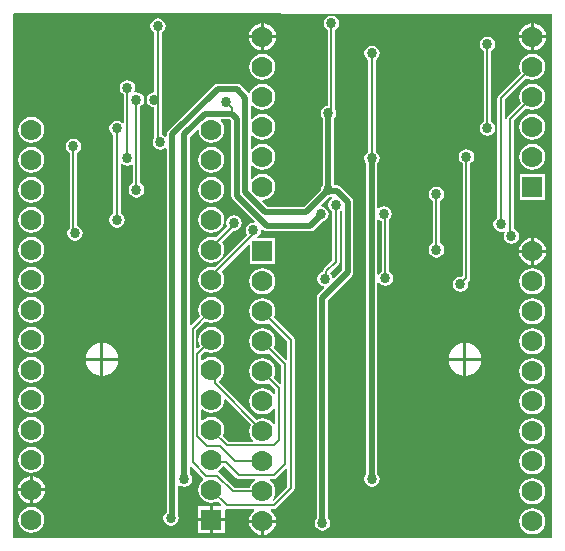
<source format=gbl>
G04*
G04 #@! TF.GenerationSoftware,Altium Limited,Altium Designer,21.0.8 (223)*
G04*
G04 Layer_Physical_Order=2*
G04 Layer_Color=16711680*
%FSLAX24Y24*%
%MOIN*%
G70*
G04*
G04 #@! TF.SameCoordinates,BD5FB969-D095-4558-B3B7-B1EEFE242F9F*
G04*
G04*
G04 #@! TF.FilePolarity,Positive*
G04*
G01*
G75*
%ADD33C,0.0080*%
%ADD34C,0.0200*%
%ADD36R,0.0700X0.0700*%
%ADD37C,0.0700*%
%ADD38C,0.0340*%
G36*
X18000Y17500D02*
Y100D01*
Y50D01*
X50D01*
Y17515D01*
X85Y17550D01*
X18000Y17500D01*
D02*
G37*
%LPC*%
G36*
X17400Y17197D02*
Y16800D01*
X17797D01*
X17788Y16867D01*
X17743Y16977D01*
X17671Y17071D01*
X17577Y17143D01*
X17467Y17188D01*
X17400Y17197D01*
D02*
G37*
G36*
X8400D02*
Y16800D01*
X8797D01*
X8788Y16867D01*
X8743Y16977D01*
X8671Y17071D01*
X8577Y17143D01*
X8467Y17188D01*
X8400Y17197D01*
D02*
G37*
G36*
X17300D02*
X17233Y17188D01*
X17123Y17143D01*
X17029Y17071D01*
X16957Y16977D01*
X16912Y16867D01*
X16903Y16800D01*
X17300D01*
Y17197D01*
D02*
G37*
G36*
X8300D02*
X8233Y17188D01*
X8123Y17143D01*
X8029Y17071D01*
X7957Y16977D01*
X7912Y16867D01*
X7903Y16800D01*
X8300D01*
Y17197D01*
D02*
G37*
G36*
X17797Y16700D02*
X17400D01*
Y16303D01*
X17467Y16312D01*
X17577Y16357D01*
X17671Y16429D01*
X17743Y16523D01*
X17788Y16633D01*
X17797Y16700D01*
D02*
G37*
G36*
X8797D02*
X8400D01*
Y16303D01*
X8467Y16312D01*
X8577Y16357D01*
X8671Y16429D01*
X8743Y16523D01*
X8788Y16633D01*
X8797Y16700D01*
D02*
G37*
G36*
X17300D02*
X16903D01*
X16912Y16633D01*
X16957Y16523D01*
X17029Y16429D01*
X17123Y16357D01*
X17233Y16312D01*
X17300Y16303D01*
Y16700D01*
D02*
G37*
G36*
X8300D02*
X7903D01*
X7912Y16633D01*
X7957Y16523D01*
X8029Y16429D01*
X8123Y16357D01*
X8233Y16312D01*
X8300Y16303D01*
Y16700D01*
D02*
G37*
G36*
X17350Y16184D02*
X17238Y16169D01*
X17133Y16126D01*
X17043Y16057D01*
X16974Y15967D01*
X16931Y15862D01*
X16916Y15750D01*
X16931Y15638D01*
X16970Y15543D01*
X16213Y14787D01*
X16187Y14747D01*
X16178Y14700D01*
Y10719D01*
X16120Y10680D01*
X16064Y10598D01*
X16045Y10500D01*
X16064Y10402D01*
X16120Y10320D01*
X16202Y10265D01*
X16300Y10245D01*
X16398Y10265D01*
X16400Y10266D01*
X16436Y10230D01*
X16415Y10198D01*
X16395Y10100D01*
X16415Y10002D01*
X16470Y9920D01*
X16552Y9865D01*
X16650Y9845D01*
X16748Y9865D01*
X16830Y9920D01*
X16885Y10002D01*
X16905Y10100D01*
X16885Y10198D01*
X16830Y10280D01*
X16748Y10335D01*
X16722Y10341D01*
Y13949D01*
X17143Y14370D01*
X17238Y14331D01*
X17350Y14316D01*
X17462Y14331D01*
X17567Y14374D01*
X17657Y14443D01*
X17726Y14533D01*
X17769Y14638D01*
X17784Y14750D01*
X17769Y14862D01*
X17726Y14967D01*
X17657Y15057D01*
X17567Y15126D01*
X17462Y15169D01*
X17350Y15184D01*
X17238Y15169D01*
X17133Y15126D01*
X17043Y15057D01*
X16974Y14967D01*
X16931Y14862D01*
X16916Y14750D01*
X16931Y14638D01*
X16970Y14543D01*
X16513Y14087D01*
X16487Y14047D01*
X16478Y14000D01*
Y10787D01*
X16428Y10759D01*
X16422Y10762D01*
Y14649D01*
X17143Y15370D01*
X17238Y15331D01*
X17350Y15316D01*
X17462Y15331D01*
X17567Y15374D01*
X17657Y15443D01*
X17726Y15533D01*
X17769Y15638D01*
X17784Y15750D01*
X17769Y15862D01*
X17726Y15967D01*
X17657Y16057D01*
X17567Y16126D01*
X17462Y16169D01*
X17350Y16184D01*
D02*
G37*
G36*
X8350D02*
X8238Y16169D01*
X8133Y16126D01*
X8043Y16057D01*
X7974Y15967D01*
X7931Y15862D01*
X7916Y15750D01*
X7931Y15638D01*
X7974Y15533D01*
X8043Y15443D01*
X8133Y15374D01*
X8238Y15331D01*
X8350Y15316D01*
X8462Y15331D01*
X8567Y15374D01*
X8657Y15443D01*
X8726Y15533D01*
X8769Y15638D01*
X8784Y15750D01*
X8769Y15862D01*
X8726Y15967D01*
X8657Y16057D01*
X8567Y16126D01*
X8462Y16169D01*
X8350Y16184D01*
D02*
G37*
G36*
X10650Y17455D02*
X10552Y17435D01*
X10470Y17380D01*
X10415Y17298D01*
X10395Y17200D01*
X10415Y17102D01*
X10470Y17020D01*
X10528Y16981D01*
Y14450D01*
X10452Y14435D01*
X10370Y14380D01*
X10315Y14298D01*
X10295Y14200D01*
X10315Y14102D01*
X10366Y14025D01*
Y11825D01*
X10315Y11748D01*
X10296Y11656D01*
X9724Y11084D01*
X8522D01*
X8332Y11273D01*
X8359Y11317D01*
X8462Y11331D01*
X8567Y11374D01*
X8657Y11443D01*
X8726Y11533D01*
X8769Y11638D01*
X8784Y11750D01*
X8769Y11862D01*
X8726Y11967D01*
X8657Y12057D01*
X8567Y12126D01*
X8462Y12169D01*
X8350Y12184D01*
X8238Y12169D01*
X8133Y12126D01*
X8043Y12057D01*
X8014Y12018D01*
X7964Y12035D01*
Y12465D01*
X8014Y12482D01*
X8043Y12443D01*
X8133Y12374D01*
X8238Y12331D01*
X8350Y12316D01*
X8462Y12331D01*
X8567Y12374D01*
X8657Y12443D01*
X8726Y12533D01*
X8769Y12638D01*
X8784Y12750D01*
X8769Y12862D01*
X8726Y12967D01*
X8657Y13057D01*
X8567Y13126D01*
X8462Y13169D01*
X8350Y13184D01*
X8238Y13169D01*
X8133Y13126D01*
X8043Y13057D01*
X8014Y13018D01*
X7964Y13035D01*
Y13465D01*
X8014Y13482D01*
X8043Y13443D01*
X8133Y13374D01*
X8238Y13331D01*
X8350Y13316D01*
X8462Y13331D01*
X8567Y13374D01*
X8657Y13443D01*
X8726Y13533D01*
X8769Y13638D01*
X8784Y13750D01*
X8769Y13862D01*
X8726Y13967D01*
X8657Y14057D01*
X8567Y14126D01*
X8462Y14169D01*
X8350Y14184D01*
X8238Y14169D01*
X8133Y14126D01*
X8043Y14057D01*
X8014Y14018D01*
X7964Y14035D01*
Y14465D01*
X8014Y14482D01*
X8043Y14443D01*
X8133Y14374D01*
X8238Y14331D01*
X8350Y14316D01*
X8462Y14331D01*
X8567Y14374D01*
X8657Y14443D01*
X8726Y14533D01*
X8769Y14638D01*
X8784Y14750D01*
X8769Y14862D01*
X8726Y14967D01*
X8657Y15057D01*
X8567Y15126D01*
X8462Y15169D01*
X8350Y15184D01*
X8238Y15169D01*
X8133Y15126D01*
X8043Y15057D01*
X7974Y14967D01*
X7939Y14881D01*
X7892Y14867D01*
X7881Y14868D01*
X7620Y15130D01*
X7560Y15170D01*
X7490Y15184D01*
X6854D01*
X6784Y15170D01*
X6724Y15130D01*
X5220Y13626D01*
X5180Y13566D01*
X5166Y13496D01*
Y13442D01*
X5116Y13422D01*
X5047Y13469D01*
X4992Y13479D01*
Y14587D01*
X5005Y14650D01*
X4992Y14713D01*
Y16891D01*
X5050Y16930D01*
X5106Y17012D01*
X5125Y17110D01*
X5106Y17208D01*
X5050Y17290D01*
X4968Y17345D01*
X4870Y17365D01*
X4772Y17345D01*
X4690Y17290D01*
X4635Y17208D01*
X4615Y17110D01*
X4635Y17012D01*
X4690Y16930D01*
X4748Y16891D01*
Y14904D01*
X4652Y14885D01*
X4570Y14830D01*
X4514Y14748D01*
X4495Y14650D01*
X4514Y14552D01*
X4570Y14470D01*
X4652Y14414D01*
X4748Y14396D01*
Y13413D01*
X4753Y13388D01*
X4714Y13331D01*
X4695Y13233D01*
X4714Y13135D01*
X4770Y13053D01*
X4852Y12998D01*
X4950Y12978D01*
X5047Y12998D01*
X5116Y13044D01*
X5166Y13024D01*
Y911D01*
X5120Y880D01*
X5064Y798D01*
X5045Y700D01*
X5064Y602D01*
X5120Y520D01*
X5202Y465D01*
X5300Y445D01*
X5398Y465D01*
X5480Y520D01*
X5535Y602D01*
X5555Y700D01*
X5535Y798D01*
X5533Y801D01*
Y1791D01*
X5583Y1811D01*
X5652Y1765D01*
X5750Y1745D01*
X5848Y1765D01*
X5930Y1820D01*
X5985Y1902D01*
X6005Y2000D01*
X5985Y2098D01*
X5934Y2175D01*
Y2425D01*
X5980Y2444D01*
X6378Y2046D01*
X6382Y1987D01*
X6343Y1957D01*
X6274Y1867D01*
X6231Y1762D01*
X6216Y1650D01*
X6231Y1538D01*
X6274Y1433D01*
X6343Y1343D01*
X6433Y1274D01*
X6538Y1231D01*
X6650Y1216D01*
X6762Y1231D01*
X6857Y1270D01*
X6981Y1146D01*
X6962Y1100D01*
X6700D01*
Y700D01*
X7100D01*
Y977D01*
X7150Y1012D01*
X7170Y1008D01*
X8060D01*
X8077Y958D01*
X8029Y921D01*
X7957Y827D01*
X7912Y717D01*
X7903Y650D01*
X8797D01*
X8788Y717D01*
X8743Y827D01*
X8671Y921D01*
X8623Y958D01*
X8640Y1008D01*
X8730D01*
X8777Y1017D01*
X8817Y1043D01*
X9387Y1613D01*
X9413Y1653D01*
X9422Y1700D01*
Y6650D01*
X9413Y6697D01*
X9387Y6737D01*
X8730Y7393D01*
X8769Y7488D01*
X8784Y7600D01*
X8769Y7712D01*
X8726Y7817D01*
X8657Y7907D01*
X8567Y7976D01*
X8462Y8019D01*
X8350Y8034D01*
X8238Y8019D01*
X8133Y7976D01*
X8043Y7907D01*
X7974Y7817D01*
X7931Y7712D01*
X7916Y7600D01*
X7931Y7488D01*
X7974Y7383D01*
X8043Y7293D01*
X8133Y7224D01*
X8238Y7181D01*
X8350Y7166D01*
X8462Y7181D01*
X8557Y7220D01*
X9178Y6599D01*
Y6011D01*
X9131Y5992D01*
X8730Y6393D01*
X8769Y6488D01*
X8784Y6600D01*
X8769Y6712D01*
X8726Y6817D01*
X8657Y6907D01*
X8567Y6976D01*
X8462Y7019D01*
X8350Y7034D01*
X8238Y7019D01*
X8133Y6976D01*
X8043Y6907D01*
X7974Y6817D01*
X7931Y6712D01*
X7916Y6600D01*
X7931Y6488D01*
X7974Y6383D01*
X8043Y6293D01*
X8133Y6224D01*
X8238Y6181D01*
X8350Y6166D01*
X8462Y6181D01*
X8557Y6220D01*
X8978Y5799D01*
Y5211D01*
X8931Y5192D01*
X8730Y5393D01*
X8769Y5488D01*
X8784Y5600D01*
X8769Y5712D01*
X8726Y5817D01*
X8657Y5907D01*
X8567Y5976D01*
X8462Y6019D01*
X8350Y6034D01*
X8238Y6019D01*
X8133Y5976D01*
X8043Y5907D01*
X7974Y5817D01*
X7931Y5712D01*
X7916Y5600D01*
X7931Y5488D01*
X7974Y5383D01*
X8043Y5293D01*
X8133Y5224D01*
X8238Y5181D01*
X8350Y5166D01*
X8462Y5181D01*
X8557Y5220D01*
X8778Y4999D01*
Y4822D01*
X8728Y4812D01*
X8726Y4817D01*
X8657Y4907D01*
X8567Y4976D01*
X8462Y5019D01*
X8350Y5034D01*
X8238Y5019D01*
X8133Y4976D01*
X8043Y4907D01*
X7974Y4817D01*
X7931Y4712D01*
X7916Y4600D01*
X7931Y4488D01*
X7974Y4383D01*
X8043Y4293D01*
X8133Y4224D01*
X8238Y4181D01*
X8350Y4166D01*
X8462Y4181D01*
X8567Y4224D01*
X8657Y4293D01*
X8726Y4383D01*
X8728Y4388D01*
X8778Y4378D01*
Y3822D01*
X8728Y3812D01*
X8726Y3817D01*
X8657Y3907D01*
X8567Y3976D01*
X8462Y4019D01*
X8350Y4034D01*
X8238Y4019D01*
X8154Y3984D01*
X6892Y5245D01*
X6894Y5295D01*
X6957Y5343D01*
X7026Y5433D01*
X7069Y5538D01*
X7084Y5650D01*
X7069Y5762D01*
X7026Y5867D01*
X6957Y5957D01*
X6867Y6026D01*
X6762Y6069D01*
X6650Y6084D01*
X6538Y6069D01*
X6433Y6026D01*
X6352Y5964D01*
X6302Y5978D01*
Y6129D01*
X6443Y6270D01*
X6538Y6231D01*
X6650Y6216D01*
X6762Y6231D01*
X6867Y6274D01*
X6957Y6343D01*
X7026Y6433D01*
X7069Y6538D01*
X7084Y6650D01*
X7069Y6762D01*
X7026Y6867D01*
X6957Y6957D01*
X6867Y7026D01*
X6762Y7069D01*
X6650Y7084D01*
X6538Y7069D01*
X6433Y7026D01*
X6343Y6957D01*
X6274Y6867D01*
X6231Y6762D01*
X6216Y6650D01*
X6231Y6538D01*
X6270Y6443D01*
X6189Y6362D01*
X6142Y6381D01*
Y6969D01*
X6443Y7270D01*
X6538Y7231D01*
X6650Y7216D01*
X6762Y7231D01*
X6867Y7274D01*
X6957Y7343D01*
X7026Y7433D01*
X7069Y7538D01*
X7084Y7650D01*
X7069Y7762D01*
X7026Y7867D01*
X6957Y7957D01*
X6867Y8026D01*
X6762Y8069D01*
X6650Y8084D01*
X6538Y8069D01*
X6433Y8026D01*
X6343Y7957D01*
X6274Y7867D01*
X6231Y7762D01*
X6216Y7650D01*
X6231Y7538D01*
X6270Y7443D01*
X5980Y7153D01*
X5934Y7172D01*
Y13424D01*
X6172Y13662D01*
X6218Y13638D01*
X6231Y13538D01*
X6274Y13433D01*
X6343Y13343D01*
X6433Y13274D01*
X6538Y13231D01*
X6650Y13216D01*
X6762Y13231D01*
X6867Y13274D01*
X6957Y13343D01*
X7026Y13433D01*
X7069Y13538D01*
X7084Y13650D01*
X7069Y13762D01*
X7026Y13867D01*
X6965Y13946D01*
X6980Y13996D01*
X7264D01*
X7316Y13944D01*
Y11450D01*
X7330Y11380D01*
X7370Y11320D01*
X8093Y10597D01*
X8069Y10551D01*
X8050Y10555D01*
X7952Y10536D01*
X7870Y10480D01*
X7815Y10398D01*
X7795Y10300D01*
X7815Y10202D01*
X7853Y10145D01*
X6772Y9065D01*
X6762Y9069D01*
X6650Y9084D01*
X6538Y9069D01*
X6433Y9026D01*
X6343Y8957D01*
X6274Y8867D01*
X6231Y8762D01*
X6216Y8650D01*
X6231Y8538D01*
X6274Y8433D01*
X6343Y8343D01*
X6433Y8274D01*
X6538Y8231D01*
X6650Y8216D01*
X6762Y8231D01*
X6867Y8274D01*
X6957Y8343D01*
X7026Y8433D01*
X7069Y8538D01*
X7084Y8650D01*
X7069Y8762D01*
X7026Y8867D01*
X6980Y8927D01*
X7874Y9820D01*
X7920Y9801D01*
Y9170D01*
X8780D01*
Y10030D01*
X8186D01*
X8171Y10080D01*
X8230Y10120D01*
X8285Y10202D01*
X8305Y10300D01*
X8301Y10319D01*
X8347Y10343D01*
X8370Y10320D01*
X8430Y10280D01*
X8500Y10266D01*
X9950D01*
X10020Y10280D01*
X10080Y10320D01*
X10356Y10596D01*
X10398Y10604D01*
X10480Y10660D01*
X10536Y10742D01*
X10555Y10840D01*
X10536Y10938D01*
X10480Y11020D01*
X10398Y11076D01*
X10321Y11091D01*
X10302Y11142D01*
X10556Y11396D01*
X10648Y11415D01*
X10669Y11429D01*
X10675Y11427D01*
X10682Y11372D01*
X10620Y11330D01*
X10565Y11248D01*
X10545Y11150D01*
X10565Y11052D01*
X10620Y10970D01*
X10678Y10931D01*
Y9301D01*
X10395Y9018D01*
X10368Y8978D01*
X10359Y8931D01*
Y8928D01*
X10334Y8923D01*
X10251Y8868D01*
X10196Y8785D01*
X10177Y8687D01*
X10196Y8590D01*
X10251Y8507D01*
X10334Y8452D01*
X10398Y8439D01*
X10414Y8385D01*
X10220Y8191D01*
X10180Y8131D01*
X10166Y8061D01*
Y725D01*
X10115Y648D01*
X10095Y550D01*
X10115Y452D01*
X10170Y370D01*
X10252Y315D01*
X10350Y295D01*
X10448Y315D01*
X10530Y370D01*
X10586Y452D01*
X10605Y550D01*
X10586Y648D01*
X10534Y725D01*
Y7985D01*
X11330Y8781D01*
X11370Y8841D01*
X11384Y8911D01*
Y11245D01*
X11370Y11315D01*
X11330Y11375D01*
X10952Y11753D01*
X10892Y11793D01*
X10822Y11807D01*
X10746D01*
X10734Y11825D01*
Y14025D01*
X10785Y14102D01*
X10805Y14200D01*
X10785Y14298D01*
X10764Y14329D01*
X10772Y14370D01*
Y16981D01*
X10830Y17020D01*
X10885Y17102D01*
X10905Y17200D01*
X10885Y17298D01*
X10830Y17380D01*
X10748Y17435D01*
X10650Y17455D01*
D02*
G37*
G36*
X3850Y15305D02*
X3752Y15286D01*
X3670Y15230D01*
X3614Y15148D01*
X3595Y15050D01*
X3614Y14952D01*
X3670Y14870D01*
X3728Y14831D01*
Y13895D01*
X3704Y13888D01*
X3678Y13882D01*
X3598Y13936D01*
X3500Y13955D01*
X3402Y13936D01*
X3320Y13880D01*
X3264Y13798D01*
X3245Y13700D01*
X3264Y13602D01*
X3320Y13520D01*
X3378Y13481D01*
Y10869D01*
X3320Y10830D01*
X3264Y10748D01*
X3245Y10650D01*
X3264Y10552D01*
X3320Y10470D01*
X3402Y10415D01*
X3500Y10395D01*
X3598Y10415D01*
X3680Y10470D01*
X3735Y10552D01*
X3755Y10650D01*
X3735Y10748D01*
X3680Y10830D01*
X3622Y10869D01*
Y12505D01*
X3646Y12512D01*
X3672Y12518D01*
X3752Y12464D01*
X3850Y12445D01*
X3948Y12464D01*
X3984Y12489D01*
X4028Y12465D01*
Y11869D01*
X3970Y11830D01*
X3914Y11748D01*
X3895Y11650D01*
X3914Y11552D01*
X3970Y11470D01*
X4052Y11415D01*
X4150Y11395D01*
X4248Y11415D01*
X4330Y11470D01*
X4385Y11552D01*
X4405Y11650D01*
X4385Y11748D01*
X4330Y11830D01*
X4272Y11869D01*
Y14431D01*
X4330Y14470D01*
X4385Y14552D01*
X4405Y14650D01*
X4385Y14748D01*
X4330Y14830D01*
X4248Y14885D01*
X4150Y14905D01*
X4108Y14897D01*
X4078Y14942D01*
X4085Y14952D01*
X4105Y15050D01*
X4085Y15148D01*
X4030Y15230D01*
X3948Y15286D01*
X3850Y15305D01*
D02*
G37*
G36*
X15850Y16755D02*
X15752Y16736D01*
X15670Y16680D01*
X15615Y16598D01*
X15595Y16500D01*
X15615Y16402D01*
X15670Y16320D01*
X15728Y16281D01*
Y13919D01*
X15670Y13880D01*
X15615Y13798D01*
X15595Y13700D01*
X15615Y13602D01*
X15670Y13520D01*
X15752Y13464D01*
X15850Y13445D01*
X15948Y13464D01*
X16030Y13520D01*
X16085Y13602D01*
X16105Y13700D01*
X16085Y13798D01*
X16030Y13880D01*
X15972Y13919D01*
Y16281D01*
X16030Y16320D01*
X16085Y16402D01*
X16105Y16500D01*
X16085Y16598D01*
X16030Y16680D01*
X15948Y16736D01*
X15850Y16755D01*
D02*
G37*
G36*
X17350Y14184D02*
X17238Y14169D01*
X17133Y14126D01*
X17043Y14057D01*
X16974Y13967D01*
X16931Y13862D01*
X16916Y13750D01*
X16931Y13638D01*
X16974Y13533D01*
X17043Y13443D01*
X17133Y13374D01*
X17238Y13331D01*
X17350Y13316D01*
X17462Y13331D01*
X17567Y13374D01*
X17657Y13443D01*
X17726Y13533D01*
X17769Y13638D01*
X17784Y13750D01*
X17769Y13862D01*
X17726Y13967D01*
X17657Y14057D01*
X17567Y14126D01*
X17462Y14169D01*
X17350Y14184D01*
D02*
G37*
G36*
X650Y14084D02*
X538Y14069D01*
X433Y14026D01*
X343Y13957D01*
X274Y13867D01*
X231Y13762D01*
X216Y13650D01*
X231Y13538D01*
X274Y13433D01*
X343Y13343D01*
X433Y13274D01*
X538Y13231D01*
X650Y13216D01*
X762Y13231D01*
X867Y13274D01*
X957Y13343D01*
X1026Y13433D01*
X1069Y13538D01*
X1084Y13650D01*
X1069Y13762D01*
X1026Y13867D01*
X957Y13957D01*
X867Y14026D01*
X762Y14069D01*
X650Y14084D01*
D02*
G37*
G36*
X17350Y13184D02*
X17238Y13169D01*
X17133Y13126D01*
X17043Y13057D01*
X16974Y12967D01*
X16931Y12862D01*
X16916Y12750D01*
X16931Y12638D01*
X16974Y12533D01*
X17043Y12443D01*
X17133Y12374D01*
X17238Y12331D01*
X17350Y12316D01*
X17462Y12331D01*
X17567Y12374D01*
X17657Y12443D01*
X17726Y12533D01*
X17769Y12638D01*
X17784Y12750D01*
X17769Y12862D01*
X17726Y12967D01*
X17657Y13057D01*
X17567Y13126D01*
X17462Y13169D01*
X17350Y13184D01*
D02*
G37*
G36*
X6650Y13084D02*
X6538Y13069D01*
X6433Y13026D01*
X6343Y12957D01*
X6274Y12867D01*
X6231Y12762D01*
X6216Y12650D01*
X6231Y12538D01*
X6274Y12433D01*
X6343Y12343D01*
X6433Y12274D01*
X6538Y12231D01*
X6650Y12216D01*
X6762Y12231D01*
X6867Y12274D01*
X6957Y12343D01*
X7026Y12433D01*
X7069Y12538D01*
X7084Y12650D01*
X7069Y12762D01*
X7026Y12867D01*
X6957Y12957D01*
X6867Y13026D01*
X6762Y13069D01*
X6650Y13084D01*
D02*
G37*
G36*
X650D02*
X538Y13069D01*
X433Y13026D01*
X343Y12957D01*
X274Y12867D01*
X231Y12762D01*
X216Y12650D01*
X231Y12538D01*
X274Y12433D01*
X343Y12343D01*
X433Y12274D01*
X538Y12231D01*
X650Y12216D01*
X762Y12231D01*
X867Y12274D01*
X957Y12343D01*
X1026Y12433D01*
X1069Y12538D01*
X1084Y12650D01*
X1069Y12762D01*
X1026Y12867D01*
X957Y12957D01*
X867Y13026D01*
X762Y13069D01*
X650Y13084D01*
D02*
G37*
G36*
X17780Y12180D02*
X16920D01*
Y11320D01*
X17780D01*
Y12180D01*
D02*
G37*
G36*
X6650Y12084D02*
X6538Y12069D01*
X6433Y12026D01*
X6343Y11957D01*
X6274Y11867D01*
X6231Y11762D01*
X6216Y11650D01*
X6231Y11538D01*
X6274Y11433D01*
X6343Y11343D01*
X6433Y11274D01*
X6538Y11231D01*
X6650Y11216D01*
X6762Y11231D01*
X6867Y11274D01*
X6957Y11343D01*
X7026Y11433D01*
X7069Y11538D01*
X7084Y11650D01*
X7069Y11762D01*
X7026Y11867D01*
X6957Y11957D01*
X6867Y12026D01*
X6762Y12069D01*
X6650Y12084D01*
D02*
G37*
G36*
X650D02*
X538Y12069D01*
X433Y12026D01*
X343Y11957D01*
X274Y11867D01*
X231Y11762D01*
X216Y11650D01*
X231Y11538D01*
X274Y11433D01*
X343Y11343D01*
X433Y11274D01*
X538Y11231D01*
X650Y11216D01*
X762Y11231D01*
X867Y11274D01*
X957Y11343D01*
X1026Y11433D01*
X1069Y11538D01*
X1084Y11650D01*
X1069Y11762D01*
X1026Y11867D01*
X957Y11957D01*
X867Y12026D01*
X762Y12069D01*
X650Y12084D01*
D02*
G37*
G36*
X7400Y10805D02*
X7302Y10785D01*
X7220Y10730D01*
X7165Y10648D01*
X7145Y10550D01*
X7165Y10452D01*
X7179Y10431D01*
X6800Y10053D01*
X6762Y10069D01*
X6650Y10084D01*
X6538Y10069D01*
X6433Y10026D01*
X6343Y9957D01*
X6274Y9867D01*
X6231Y9762D01*
X6216Y9650D01*
X6231Y9538D01*
X6274Y9433D01*
X6343Y9343D01*
X6433Y9274D01*
X6538Y9231D01*
X6650Y9216D01*
X6762Y9231D01*
X6867Y9274D01*
X6957Y9343D01*
X7026Y9433D01*
X7069Y9538D01*
X7084Y9650D01*
X7069Y9762D01*
X7026Y9867D01*
X6997Y9904D01*
X7390Y10297D01*
X7400Y10295D01*
X7498Y10315D01*
X7580Y10370D01*
X7635Y10452D01*
X7655Y10550D01*
X7635Y10648D01*
X7580Y10730D01*
X7498Y10785D01*
X7400Y10805D01*
D02*
G37*
G36*
X6650Y11084D02*
X6538Y11069D01*
X6433Y11026D01*
X6343Y10957D01*
X6274Y10867D01*
X6231Y10762D01*
X6216Y10650D01*
X6231Y10538D01*
X6274Y10433D01*
X6343Y10343D01*
X6433Y10274D01*
X6538Y10231D01*
X6650Y10216D01*
X6762Y10231D01*
X6867Y10274D01*
X6957Y10343D01*
X7026Y10433D01*
X7069Y10538D01*
X7084Y10650D01*
X7069Y10762D01*
X7026Y10867D01*
X6957Y10957D01*
X6867Y11026D01*
X6762Y11069D01*
X6650Y11084D01*
D02*
G37*
G36*
X650D02*
X538Y11069D01*
X433Y11026D01*
X343Y10957D01*
X274Y10867D01*
X231Y10762D01*
X216Y10650D01*
X231Y10538D01*
X274Y10433D01*
X343Y10343D01*
X433Y10274D01*
X538Y10231D01*
X650Y10216D01*
X762Y10231D01*
X867Y10274D01*
X957Y10343D01*
X1026Y10433D01*
X1069Y10538D01*
X1084Y10650D01*
X1069Y10762D01*
X1026Y10867D01*
X957Y10957D01*
X867Y11026D01*
X762Y11069D01*
X650Y11084D01*
D02*
G37*
G36*
X2050Y13355D02*
X1952Y13335D01*
X1870Y13280D01*
X1815Y13198D01*
X1795Y13100D01*
X1815Y13002D01*
X1870Y12920D01*
X1928Y12881D01*
Y10386D01*
X1920Y10380D01*
X1865Y10298D01*
X1845Y10200D01*
X1865Y10102D01*
X1920Y10020D01*
X2002Y9965D01*
X2100Y9945D01*
X2198Y9965D01*
X2280Y10020D01*
X2335Y10102D01*
X2355Y10200D01*
X2335Y10298D01*
X2280Y10380D01*
X2198Y10436D01*
X2172Y10441D01*
Y12881D01*
X2230Y12920D01*
X2285Y13002D01*
X2305Y13100D01*
X2285Y13198D01*
X2230Y13280D01*
X2148Y13335D01*
X2050Y13355D01*
D02*
G37*
G36*
X17400Y10047D02*
Y9650D01*
X17797D01*
X17788Y9717D01*
X17743Y9827D01*
X17671Y9921D01*
X17577Y9993D01*
X17467Y10038D01*
X17400Y10047D01*
D02*
G37*
G36*
X17300D02*
X17233Y10038D01*
X17123Y9993D01*
X17029Y9921D01*
X16957Y9827D01*
X16912Y9717D01*
X16903Y9650D01*
X17300D01*
Y10047D01*
D02*
G37*
G36*
X14150Y11755D02*
X14052Y11736D01*
X13970Y11680D01*
X13915Y11598D01*
X13895Y11500D01*
X13915Y11402D01*
X13970Y11320D01*
X14028Y11281D01*
Y9869D01*
X13970Y9830D01*
X13915Y9748D01*
X13895Y9650D01*
X13915Y9552D01*
X13970Y9470D01*
X14052Y9415D01*
X14150Y9395D01*
X14248Y9415D01*
X14330Y9470D01*
X14385Y9552D01*
X14405Y9650D01*
X14385Y9748D01*
X14330Y9830D01*
X14272Y9869D01*
Y11281D01*
X14330Y11320D01*
X14385Y11402D01*
X14405Y11500D01*
X14385Y11598D01*
X14330Y11680D01*
X14248Y11736D01*
X14150Y11755D01*
D02*
G37*
G36*
X650Y10084D02*
X538Y10069D01*
X433Y10026D01*
X343Y9957D01*
X274Y9867D01*
X231Y9762D01*
X216Y9650D01*
X231Y9538D01*
X274Y9433D01*
X343Y9343D01*
X433Y9274D01*
X538Y9231D01*
X650Y9216D01*
X762Y9231D01*
X867Y9274D01*
X957Y9343D01*
X1026Y9433D01*
X1069Y9538D01*
X1084Y9650D01*
X1069Y9762D01*
X1026Y9867D01*
X957Y9957D01*
X867Y10026D01*
X762Y10069D01*
X650Y10084D01*
D02*
G37*
G36*
X17797Y9550D02*
X17400D01*
Y9153D01*
X17467Y9162D01*
X17577Y9207D01*
X17671Y9279D01*
X17743Y9373D01*
X17788Y9483D01*
X17797Y9550D01*
D02*
G37*
G36*
X17300D02*
X16903D01*
X16912Y9483D01*
X16957Y9373D01*
X17029Y9279D01*
X17123Y9207D01*
X17233Y9162D01*
X17300Y9153D01*
Y9550D01*
D02*
G37*
G36*
X15150Y13005D02*
X15052Y12986D01*
X14970Y12930D01*
X14914Y12848D01*
X14895Y12750D01*
X14914Y12652D01*
X14970Y12570D01*
X15028Y12531D01*
Y8790D01*
X14978Y8749D01*
X14950Y8755D01*
X14852Y8735D01*
X14770Y8680D01*
X14714Y8598D01*
X14695Y8500D01*
X14714Y8402D01*
X14770Y8320D01*
X14852Y8265D01*
X14950Y8245D01*
X15048Y8265D01*
X15130Y8320D01*
X15186Y8402D01*
X15205Y8500D01*
X15191Y8568D01*
X15237Y8613D01*
X15263Y8653D01*
X15272Y8700D01*
Y12531D01*
X15330Y12570D01*
X15386Y12652D01*
X15405Y12750D01*
X15386Y12848D01*
X15330Y12930D01*
X15248Y12986D01*
X15150Y13005D01*
D02*
G37*
G36*
X12000Y16455D02*
X11902Y16436D01*
X11820Y16380D01*
X11765Y16298D01*
X11745Y16200D01*
X11765Y16102D01*
X11820Y16020D01*
X11878Y15981D01*
Y12919D01*
X11820Y12880D01*
X11765Y12798D01*
X11745Y12700D01*
X11765Y12602D01*
X11816Y12525D01*
Y2175D01*
X11765Y2098D01*
X11745Y2000D01*
X11765Y1902D01*
X11820Y1820D01*
X11902Y1765D01*
X12000Y1745D01*
X12098Y1765D01*
X12180Y1820D01*
X12235Y1902D01*
X12255Y2000D01*
X12235Y2098D01*
X12184Y2175D01*
Y8559D01*
X12234Y8574D01*
X12270Y8520D01*
X12352Y8465D01*
X12450Y8445D01*
X12548Y8465D01*
X12630Y8520D01*
X12686Y8602D01*
X12705Y8700D01*
X12686Y8798D01*
X12630Y8880D01*
X12572Y8919D01*
Y10664D01*
X12580Y10670D01*
X12636Y10752D01*
X12655Y10850D01*
X12636Y10948D01*
X12580Y11030D01*
X12498Y11085D01*
X12400Y11105D01*
X12302Y11085D01*
X12234Y11039D01*
X12184Y11059D01*
Y12525D01*
X12235Y12602D01*
X12255Y12700D01*
X12235Y12798D01*
X12180Y12880D01*
X12122Y12919D01*
Y15981D01*
X12180Y16020D01*
X12235Y16102D01*
X12255Y16200D01*
X12235Y16298D01*
X12180Y16380D01*
X12098Y16436D01*
X12000Y16455D01*
D02*
G37*
G36*
X650Y9084D02*
X538Y9069D01*
X433Y9026D01*
X343Y8957D01*
X274Y8867D01*
X231Y8762D01*
X216Y8650D01*
X231Y8538D01*
X274Y8433D01*
X343Y8343D01*
X433Y8274D01*
X538Y8231D01*
X650Y8216D01*
X762Y8231D01*
X867Y8274D01*
X957Y8343D01*
X1026Y8433D01*
X1069Y8538D01*
X1084Y8650D01*
X1069Y8762D01*
X1026Y8867D01*
X957Y8957D01*
X867Y9026D01*
X762Y9069D01*
X650Y9084D01*
D02*
G37*
G36*
X17350Y9034D02*
X17238Y9019D01*
X17133Y8976D01*
X17043Y8907D01*
X16974Y8817D01*
X16931Y8712D01*
X16916Y8600D01*
X16931Y8488D01*
X16974Y8383D01*
X17043Y8293D01*
X17133Y8224D01*
X17238Y8181D01*
X17350Y8166D01*
X17462Y8181D01*
X17567Y8224D01*
X17657Y8293D01*
X17726Y8383D01*
X17769Y8488D01*
X17784Y8600D01*
X17769Y8712D01*
X17726Y8817D01*
X17657Y8907D01*
X17567Y8976D01*
X17462Y9019D01*
X17350Y9034D01*
D02*
G37*
G36*
X8350D02*
X8238Y9019D01*
X8133Y8976D01*
X8043Y8907D01*
X7974Y8817D01*
X7931Y8712D01*
X7916Y8600D01*
X7931Y8488D01*
X7974Y8383D01*
X8043Y8293D01*
X8133Y8224D01*
X8238Y8181D01*
X8350Y8166D01*
X8462Y8181D01*
X8567Y8224D01*
X8657Y8293D01*
X8726Y8383D01*
X8769Y8488D01*
X8784Y8600D01*
X8769Y8712D01*
X8726Y8817D01*
X8657Y8907D01*
X8567Y8976D01*
X8462Y9019D01*
X8350Y9034D01*
D02*
G37*
G36*
X650Y8084D02*
X538Y8069D01*
X433Y8026D01*
X343Y7957D01*
X274Y7867D01*
X231Y7762D01*
X216Y7650D01*
X231Y7538D01*
X274Y7433D01*
X343Y7343D01*
X433Y7274D01*
X538Y7231D01*
X650Y7216D01*
X762Y7231D01*
X867Y7274D01*
X957Y7343D01*
X1026Y7433D01*
X1069Y7538D01*
X1084Y7650D01*
X1069Y7762D01*
X1026Y7867D01*
X957Y7957D01*
X867Y8026D01*
X762Y8069D01*
X650Y8084D01*
D02*
G37*
G36*
X17350Y8034D02*
X17238Y8019D01*
X17133Y7976D01*
X17043Y7907D01*
X16974Y7817D01*
X16931Y7712D01*
X16916Y7600D01*
X16931Y7488D01*
X16974Y7383D01*
X17043Y7293D01*
X17133Y7224D01*
X17238Y7181D01*
X17350Y7166D01*
X17462Y7181D01*
X17567Y7224D01*
X17657Y7293D01*
X17726Y7383D01*
X17769Y7488D01*
X17784Y7600D01*
X17769Y7712D01*
X17726Y7817D01*
X17657Y7907D01*
X17567Y7976D01*
X17462Y8019D01*
X17350Y8034D01*
D02*
G37*
G36*
X650Y7084D02*
X538Y7069D01*
X433Y7026D01*
X343Y6957D01*
X274Y6867D01*
X231Y6762D01*
X216Y6650D01*
X231Y6538D01*
X274Y6433D01*
X343Y6343D01*
X433Y6274D01*
X538Y6231D01*
X650Y6216D01*
X762Y6231D01*
X867Y6274D01*
X957Y6343D01*
X1026Y6433D01*
X1069Y6538D01*
X1084Y6650D01*
X1069Y6762D01*
X1026Y6867D01*
X957Y6957D01*
X867Y7026D01*
X762Y7069D01*
X650Y7084D01*
D02*
G37*
G36*
X17350Y7034D02*
X17238Y7019D01*
X17133Y6976D01*
X17043Y6907D01*
X16974Y6817D01*
X16931Y6712D01*
X16916Y6600D01*
X16931Y6488D01*
X16974Y6383D01*
X17043Y6293D01*
X17133Y6224D01*
X17238Y6181D01*
X17350Y6166D01*
X17462Y6181D01*
X17567Y6224D01*
X17657Y6293D01*
X17726Y6383D01*
X17769Y6488D01*
X17784Y6600D01*
X17769Y6712D01*
X17726Y6817D01*
X17657Y6907D01*
X17567Y6976D01*
X17462Y7019D01*
X17350Y7034D01*
D02*
G37*
G36*
X15150Y6548D02*
Y6050D01*
X15648D01*
X15636Y6144D01*
X15580Y6277D01*
X15492Y6392D01*
X15377Y6480D01*
X15244Y6536D01*
X15150Y6548D01*
D02*
G37*
G36*
X15050D02*
X14956Y6536D01*
X14823Y6480D01*
X14708Y6392D01*
X14620Y6277D01*
X14564Y6144D01*
X14552Y6050D01*
X15050D01*
Y6548D01*
D02*
G37*
G36*
X3050D02*
Y6050D01*
X3548D01*
X3536Y6144D01*
X3480Y6277D01*
X3392Y6392D01*
X3277Y6480D01*
X3144Y6536D01*
X3050Y6548D01*
D02*
G37*
G36*
X2950D02*
X2856Y6536D01*
X2723Y6480D01*
X2608Y6392D01*
X2520Y6277D01*
X2464Y6144D01*
X2452Y6050D01*
X2950D01*
Y6548D01*
D02*
G37*
G36*
X15648Y5950D02*
X15150D01*
Y5452D01*
X15244Y5464D01*
X15377Y5520D01*
X15492Y5608D01*
X15580Y5723D01*
X15636Y5856D01*
X15648Y5950D01*
D02*
G37*
G36*
X15050D02*
X14552D01*
X14564Y5856D01*
X14620Y5723D01*
X14708Y5608D01*
X14823Y5520D01*
X14956Y5464D01*
X15050Y5452D01*
Y5950D01*
D02*
G37*
G36*
X3548D02*
X3050D01*
Y5452D01*
X3144Y5464D01*
X3277Y5520D01*
X3392Y5608D01*
X3480Y5723D01*
X3536Y5856D01*
X3548Y5950D01*
D02*
G37*
G36*
X2950D02*
X2452D01*
X2464Y5856D01*
X2520Y5723D01*
X2608Y5608D01*
X2723Y5520D01*
X2856Y5464D01*
X2950Y5452D01*
Y5950D01*
D02*
G37*
G36*
X650Y6084D02*
X538Y6069D01*
X433Y6026D01*
X343Y5957D01*
X274Y5867D01*
X231Y5762D01*
X216Y5650D01*
X231Y5538D01*
X274Y5433D01*
X343Y5343D01*
X433Y5274D01*
X538Y5231D01*
X650Y5216D01*
X762Y5231D01*
X867Y5274D01*
X957Y5343D01*
X1026Y5433D01*
X1069Y5538D01*
X1084Y5650D01*
X1069Y5762D01*
X1026Y5867D01*
X957Y5957D01*
X867Y6026D01*
X762Y6069D01*
X650Y6084D01*
D02*
G37*
G36*
X17350Y6034D02*
X17238Y6019D01*
X17133Y5976D01*
X17043Y5907D01*
X16974Y5817D01*
X16931Y5712D01*
X16916Y5600D01*
X16931Y5488D01*
X16974Y5383D01*
X17043Y5293D01*
X17133Y5224D01*
X17238Y5181D01*
X17350Y5166D01*
X17462Y5181D01*
X17567Y5224D01*
X17657Y5293D01*
X17726Y5383D01*
X17769Y5488D01*
X17784Y5600D01*
X17769Y5712D01*
X17726Y5817D01*
X17657Y5907D01*
X17567Y5976D01*
X17462Y6019D01*
X17350Y6034D01*
D02*
G37*
G36*
X650Y5084D02*
X538Y5069D01*
X433Y5026D01*
X343Y4957D01*
X274Y4867D01*
X231Y4762D01*
X216Y4650D01*
X231Y4538D01*
X274Y4433D01*
X343Y4343D01*
X433Y4274D01*
X538Y4231D01*
X650Y4216D01*
X762Y4231D01*
X867Y4274D01*
X957Y4343D01*
X1026Y4433D01*
X1069Y4538D01*
X1084Y4650D01*
X1069Y4762D01*
X1026Y4867D01*
X957Y4957D01*
X867Y5026D01*
X762Y5069D01*
X650Y5084D01*
D02*
G37*
G36*
X17350Y5034D02*
X17238Y5019D01*
X17133Y4976D01*
X17043Y4907D01*
X16974Y4817D01*
X16931Y4712D01*
X16916Y4600D01*
X16931Y4488D01*
X16974Y4383D01*
X17043Y4293D01*
X17133Y4224D01*
X17238Y4181D01*
X17350Y4166D01*
X17462Y4181D01*
X17567Y4224D01*
X17657Y4293D01*
X17726Y4383D01*
X17769Y4488D01*
X17784Y4600D01*
X17769Y4712D01*
X17726Y4817D01*
X17657Y4907D01*
X17567Y4976D01*
X17462Y5019D01*
X17350Y5034D01*
D02*
G37*
G36*
X650Y4084D02*
X538Y4069D01*
X433Y4026D01*
X343Y3957D01*
X274Y3867D01*
X231Y3762D01*
X216Y3650D01*
X231Y3538D01*
X274Y3433D01*
X343Y3343D01*
X433Y3274D01*
X538Y3231D01*
X650Y3216D01*
X762Y3231D01*
X867Y3274D01*
X957Y3343D01*
X1026Y3433D01*
X1069Y3538D01*
X1084Y3650D01*
X1069Y3762D01*
X1026Y3867D01*
X957Y3957D01*
X867Y4026D01*
X762Y4069D01*
X650Y4084D01*
D02*
G37*
G36*
X17350Y4034D02*
X17238Y4019D01*
X17133Y3976D01*
X17043Y3907D01*
X16974Y3817D01*
X16931Y3712D01*
X16916Y3600D01*
X16931Y3488D01*
X16974Y3383D01*
X17043Y3293D01*
X17133Y3224D01*
X17238Y3181D01*
X17350Y3166D01*
X17462Y3181D01*
X17567Y3224D01*
X17657Y3293D01*
X17726Y3383D01*
X17769Y3488D01*
X17784Y3600D01*
X17769Y3712D01*
X17726Y3817D01*
X17657Y3907D01*
X17567Y3976D01*
X17462Y4019D01*
X17350Y4034D01*
D02*
G37*
G36*
X650Y3084D02*
X538Y3069D01*
X433Y3026D01*
X343Y2957D01*
X274Y2867D01*
X231Y2762D01*
X216Y2650D01*
X231Y2538D01*
X274Y2433D01*
X343Y2343D01*
X433Y2274D01*
X538Y2231D01*
X650Y2216D01*
X762Y2231D01*
X867Y2274D01*
X957Y2343D01*
X1026Y2433D01*
X1069Y2538D01*
X1084Y2650D01*
X1069Y2762D01*
X1026Y2867D01*
X957Y2957D01*
X867Y3026D01*
X762Y3069D01*
X650Y3084D01*
D02*
G37*
G36*
X17350Y3034D02*
X17238Y3019D01*
X17133Y2976D01*
X17043Y2907D01*
X16974Y2817D01*
X16931Y2712D01*
X16916Y2600D01*
X16931Y2488D01*
X16974Y2383D01*
X17043Y2293D01*
X17133Y2224D01*
X17238Y2181D01*
X17350Y2166D01*
X17462Y2181D01*
X17567Y2224D01*
X17657Y2293D01*
X17726Y2383D01*
X17769Y2488D01*
X17784Y2600D01*
X17769Y2712D01*
X17726Y2817D01*
X17657Y2907D01*
X17567Y2976D01*
X17462Y3019D01*
X17350Y3034D01*
D02*
G37*
G36*
X700Y2097D02*
Y1700D01*
X1097D01*
X1088Y1767D01*
X1043Y1877D01*
X971Y1971D01*
X877Y2043D01*
X767Y2088D01*
X700Y2097D01*
D02*
G37*
G36*
X600D02*
X533Y2088D01*
X423Y2043D01*
X329Y1971D01*
X257Y1877D01*
X212Y1767D01*
X203Y1700D01*
X600D01*
Y2097D01*
D02*
G37*
G36*
X1097Y1600D02*
X700D01*
Y1203D01*
X767Y1212D01*
X877Y1257D01*
X971Y1329D01*
X1043Y1423D01*
X1088Y1533D01*
X1097Y1600D01*
D02*
G37*
G36*
X600D02*
X203D01*
X212Y1533D01*
X257Y1423D01*
X329Y1329D01*
X423Y1257D01*
X533Y1212D01*
X600Y1203D01*
Y1600D01*
D02*
G37*
G36*
X17350Y2034D02*
X17238Y2019D01*
X17133Y1976D01*
X17043Y1907D01*
X16974Y1817D01*
X16931Y1712D01*
X16916Y1600D01*
X16931Y1488D01*
X16974Y1383D01*
X17043Y1293D01*
X17133Y1224D01*
X17238Y1181D01*
X17350Y1166D01*
X17462Y1181D01*
X17567Y1224D01*
X17657Y1293D01*
X17726Y1383D01*
X17769Y1488D01*
X17784Y1600D01*
X17769Y1712D01*
X17726Y1817D01*
X17657Y1907D01*
X17567Y1976D01*
X17462Y2019D01*
X17350Y2034D01*
D02*
G37*
G36*
X6600Y1100D02*
X6200D01*
Y700D01*
X6600D01*
Y1100D01*
D02*
G37*
G36*
X650Y1084D02*
X538Y1069D01*
X433Y1026D01*
X343Y957D01*
X274Y867D01*
X231Y762D01*
X216Y650D01*
X231Y538D01*
X274Y433D01*
X343Y343D01*
X433Y274D01*
X538Y231D01*
X650Y216D01*
X762Y231D01*
X867Y274D01*
X957Y343D01*
X1026Y433D01*
X1069Y538D01*
X1084Y650D01*
X1069Y762D01*
X1026Y867D01*
X957Y957D01*
X867Y1026D01*
X762Y1069D01*
X650Y1084D01*
D02*
G37*
G36*
X7100Y600D02*
X6700D01*
Y200D01*
X7100D01*
Y600D01*
D02*
G37*
G36*
X6600D02*
X6200D01*
Y200D01*
X6600D01*
Y600D01*
D02*
G37*
G36*
X17350Y1034D02*
X17238Y1019D01*
X17133Y976D01*
X17043Y907D01*
X16974Y817D01*
X16931Y712D01*
X16916Y600D01*
X16931Y488D01*
X16974Y383D01*
X17043Y293D01*
X17133Y224D01*
X17238Y181D01*
X17350Y166D01*
X17462Y181D01*
X17567Y224D01*
X17657Y293D01*
X17726Y383D01*
X17769Y488D01*
X17784Y600D01*
X17769Y712D01*
X17726Y817D01*
X17657Y907D01*
X17567Y976D01*
X17462Y1019D01*
X17350Y1034D01*
D02*
G37*
G36*
X8797Y550D02*
X8400D01*
Y153D01*
X8467Y162D01*
X8577Y207D01*
X8671Y279D01*
X8743Y373D01*
X8788Y483D01*
X8797Y550D01*
D02*
G37*
G36*
X8300D02*
X7903D01*
X7912Y483D01*
X7957Y373D01*
X8029Y279D01*
X8123Y207D01*
X8233Y162D01*
X8300Y153D01*
Y550D01*
D02*
G37*
%LPD*%
G36*
X11016Y10941D02*
Y8987D01*
X10734Y8705D01*
X10680Y8721D01*
X10667Y8785D01*
X10612Y8868D01*
X10635Y8912D01*
X10887Y9163D01*
X10913Y9203D01*
X10922Y9250D01*
Y10931D01*
X10966Y10961D01*
X11016Y10941D01*
D02*
G37*
G36*
X7975Y3817D02*
X7974Y3817D01*
X7931Y3712D01*
X7916Y3600D01*
X7931Y3488D01*
X7974Y3383D01*
X8036Y3302D01*
X8022Y3252D01*
X7221D01*
X7030Y3443D01*
X7069Y3538D01*
X7084Y3650D01*
X7069Y3762D01*
X7026Y3867D01*
X6957Y3957D01*
X6867Y4026D01*
X6762Y4069D01*
X6650Y4084D01*
X6538Y4069D01*
X6433Y4026D01*
X6352Y3964D01*
X6302Y3978D01*
Y4322D01*
X6352Y4336D01*
X6433Y4274D01*
X6538Y4231D01*
X6650Y4216D01*
X6762Y4231D01*
X6867Y4274D01*
X6957Y4343D01*
X7026Y4433D01*
X7069Y4538D01*
X7082Y4639D01*
X7128Y4664D01*
X7975Y3817D01*
D02*
G37*
G36*
X7483Y2043D02*
X7523Y2017D01*
X7570Y2008D01*
X8093D01*
X8110Y1958D01*
X8043Y1907D01*
X7974Y1817D01*
X7935Y1722D01*
X7415D01*
X6931Y2207D01*
X6891Y2233D01*
X6891Y2233D01*
X6882Y2286D01*
X6957Y2343D01*
X7026Y2433D01*
X7028Y2438D01*
X7082Y2445D01*
X7483Y2043D01*
D02*
G37*
G36*
X9178Y2339D02*
Y1751D01*
X8718Y1291D01*
X8680Y1324D01*
X8726Y1383D01*
X8769Y1488D01*
X8784Y1600D01*
X8769Y1712D01*
X8726Y1817D01*
X8657Y1907D01*
X8590Y1958D01*
X8607Y2008D01*
X8730D01*
X8777Y2017D01*
X8817Y2043D01*
X9131Y2358D01*
X9178Y2339D01*
D02*
G37*
G36*
X12302Y10615D02*
X12328Y10609D01*
Y8919D01*
X12270Y8880D01*
X12234Y8826D01*
X12184Y8841D01*
Y10641D01*
X12234Y10661D01*
X12302Y10615D01*
D02*
G37*
D33*
X7340Y14180D02*
Y14370D01*
X7120Y14590D02*
X7340Y14370D01*
X4870Y13413D02*
Y17110D01*
Y13413D02*
X5000Y13283D01*
X10481Y8687D02*
Y8931D01*
X10800Y9250D01*
X12400Y10850D02*
X12403D01*
X12450Y10803D01*
Y8700D02*
Y10803D01*
X10800Y9250D02*
Y11150D01*
X14150Y9650D02*
Y11500D01*
X14950Y8500D02*
X15150Y8700D01*
Y12750D01*
X16600Y14000D02*
X17350Y14750D01*
X16600Y10200D02*
X16600Y10200D01*
X16300Y10500D02*
Y14700D01*
X16600Y10200D02*
Y14000D01*
X17318Y14750D02*
X17350D01*
X16300Y14700D02*
X17350Y15750D01*
X15850Y13700D02*
Y16500D01*
X8050Y10170D02*
Y10300D01*
X6650Y8770D02*
X8050Y10170D01*
X6650Y8650D02*
Y8770D01*
X7400Y10480D02*
Y10550D01*
X6720Y9800D02*
X7400Y10480D01*
X6650Y9800D02*
X6720D01*
X6650Y9650D02*
Y9800D01*
X2050Y10250D02*
X2100Y10200D01*
X2050Y10250D02*
Y13100D01*
X12000Y12700D02*
Y16200D01*
X10650Y14370D02*
Y17200D01*
X10550Y14270D02*
X10650Y14370D01*
X10550Y14200D02*
Y14270D01*
X3500Y10650D02*
Y13700D01*
X4150Y11650D02*
Y14650D01*
X3850Y12700D02*
Y15050D01*
X7170Y1130D02*
X8730D01*
X9300Y1700D01*
Y6650D01*
X7170Y3130D02*
X8730D01*
X8900Y3300D02*
Y5050D01*
X8730Y3130D02*
X8900Y3300D01*
X7570Y2130D02*
X8730D01*
X9100Y2500D02*
Y5850D01*
X8730Y2130D02*
X9100Y2500D01*
X8350Y7600D02*
X9300Y6650D01*
X8350Y6600D02*
X9100Y5850D01*
X8350Y5600D02*
X8900Y5050D01*
X6020Y2577D02*
X6477Y2120D01*
X6020Y7020D02*
X6650Y7650D01*
X6477Y2120D02*
X6845D01*
X6020Y2577D02*
Y7020D01*
X7365Y1600D02*
X8350D01*
X6845Y2120D02*
X7365Y1600D01*
X6510Y3125D02*
X6925D01*
X6180Y3455D02*
Y6180D01*
X6650Y6650D01*
X6180Y3455D02*
X6510Y3125D01*
X6925D02*
X7450Y2600D01*
X8350D01*
X6650Y3650D02*
X7170Y3130D01*
X8350Y3600D02*
Y3615D01*
X6769Y5196D02*
X8350Y3615D01*
X6769Y5196D02*
Y5531D01*
X6650Y5650D02*
X6769Y5531D01*
X8325Y4625D02*
X8350Y4600D01*
X6650Y4650D02*
X6675Y4625D01*
X7120Y2580D02*
X7570Y2130D01*
X6650Y2650D02*
X6720Y2580D01*
X7120D01*
X6650Y1650D02*
X7170Y1130D01*
D34*
X6854Y15000D02*
X7490D01*
X7780Y14710D01*
X5350Y13496D02*
X6854Y15000D01*
X7780Y11566D02*
Y14710D01*
X5350Y750D02*
Y13496D01*
X5300Y700D02*
X5350Y750D01*
X11200Y8911D02*
Y11245D01*
X10350Y8061D02*
X11200Y8911D01*
X10350Y550D02*
Y8061D01*
X12000Y2000D02*
Y12700D01*
X10550Y11650D02*
X10577Y11623D01*
X10822D01*
X11200Y11245D01*
X10300Y10800D02*
Y10840D01*
X9800Y10900D02*
X10550Y11650D01*
X7780Y11566D02*
X8446Y10900D01*
X8500Y10450D02*
X9950D01*
X10300Y10800D01*
X8446Y10900D02*
X9800D01*
X7500Y11450D02*
X8500Y10450D01*
X7500Y11450D02*
Y14020D01*
X7340Y14180D02*
X7500Y14020D01*
X6430Y14180D02*
X7340D01*
X5750Y13500D02*
X6430Y14180D01*
X5750Y2000D02*
Y13500D01*
X10550Y11650D02*
Y14200D01*
D36*
X8350Y9600D02*
D03*
X17350Y11750D02*
D03*
X6650Y650D02*
D03*
D37*
X8350Y8600D02*
D03*
Y7600D02*
D03*
Y6600D02*
D03*
Y5600D02*
D03*
Y4600D02*
D03*
X17350Y9600D02*
D03*
Y8600D02*
D03*
Y7600D02*
D03*
Y6600D02*
D03*
Y5600D02*
D03*
Y4600D02*
D03*
X8350Y3600D02*
D03*
Y2600D02*
D03*
Y1600D02*
D03*
Y600D02*
D03*
X17350Y3600D02*
D03*
Y2600D02*
D03*
Y1600D02*
D03*
Y600D02*
D03*
X8350Y16750D02*
D03*
Y15750D02*
D03*
Y14750D02*
D03*
Y13750D02*
D03*
Y12750D02*
D03*
Y11750D02*
D03*
X17350Y16750D02*
D03*
Y15750D02*
D03*
Y14750D02*
D03*
Y13750D02*
D03*
Y12750D02*
D03*
X650Y13650D02*
D03*
Y12650D02*
D03*
Y11650D02*
D03*
Y10650D02*
D03*
Y9650D02*
D03*
Y8650D02*
D03*
Y7650D02*
D03*
Y6650D02*
D03*
Y5650D02*
D03*
Y4650D02*
D03*
Y3650D02*
D03*
Y2650D02*
D03*
Y1650D02*
D03*
Y650D02*
D03*
X6650Y13650D02*
D03*
Y12650D02*
D03*
Y11650D02*
D03*
Y10650D02*
D03*
Y9650D02*
D03*
Y8650D02*
D03*
Y7650D02*
D03*
Y6650D02*
D03*
Y5650D02*
D03*
Y4650D02*
D03*
Y3650D02*
D03*
Y2650D02*
D03*
Y1650D02*
D03*
D38*
X7120Y14590D02*
D03*
X4950Y13233D02*
D03*
X10431Y8687D02*
D03*
X12400Y10850D02*
D03*
X12450Y8700D02*
D03*
X10800Y11150D02*
D03*
X10350Y550D02*
D03*
X12000Y2000D02*
D03*
X14150Y9650D02*
D03*
Y11500D02*
D03*
X14950Y8500D02*
D03*
X15150Y12750D02*
D03*
X4870Y17110D02*
D03*
X15850Y16500D02*
D03*
Y13700D02*
D03*
X8050Y10300D02*
D03*
X16650Y10100D02*
D03*
X7400Y10550D02*
D03*
X10300Y10840D02*
D03*
X16300Y10500D02*
D03*
X5750Y2000D02*
D03*
X5300Y700D02*
D03*
X4750Y14650D02*
D03*
X2100Y10200D02*
D03*
X2050Y13100D02*
D03*
X12000Y12700D02*
D03*
Y16200D02*
D03*
X10650Y17200D02*
D03*
X10550Y14200D02*
D03*
Y11650D02*
D03*
X3500Y10650D02*
D03*
Y13700D02*
D03*
X4150Y14650D02*
D03*
Y11650D02*
D03*
X3850Y12700D02*
D03*
Y15050D02*
D03*
M02*

</source>
